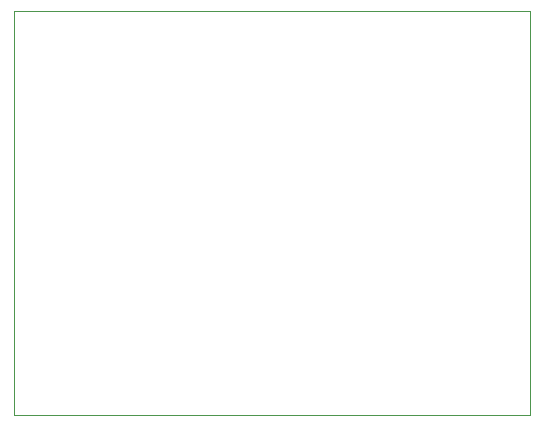
<source format=gko>
%FSLAX25Y25*MOMM*%
%IR0*IPPOS*OFA0.00000B0.00000*MIA0B0*SFA1.00000B1.00000*%
%ADD10C,.1*%
G75*
%LPD*%
G75*
G54D10*
G01X6527800Y4362450D02*
Y939800D01*
X2159000D01*
Y4362450D01*
X6527800D01*
M02*

</source>
